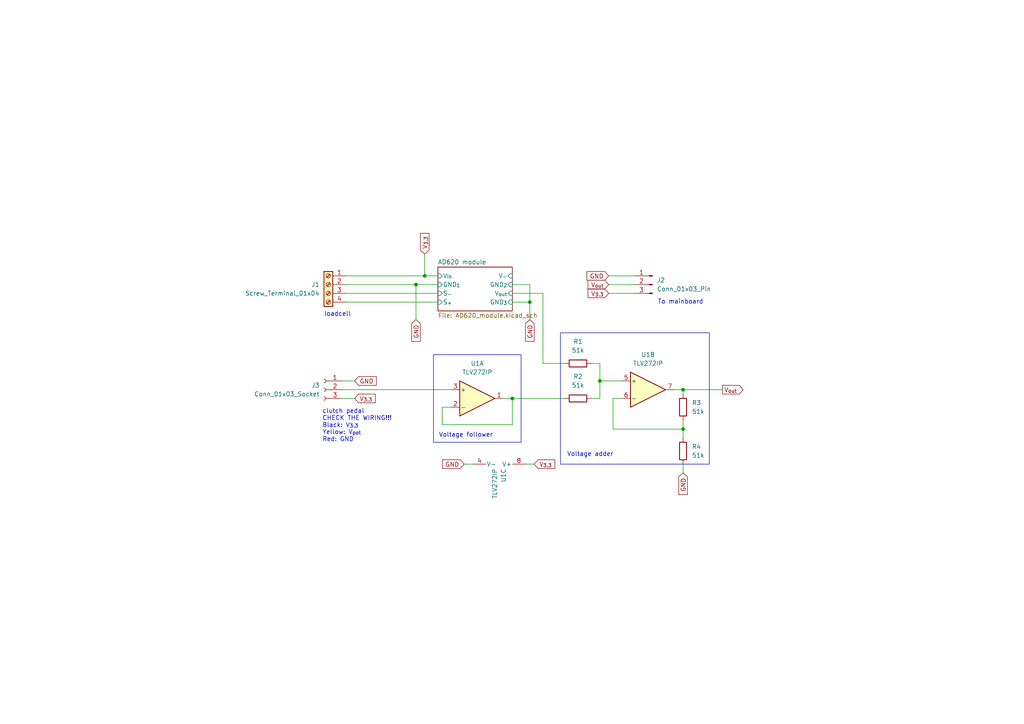
<source format=kicad_sch>
(kicad_sch (version 20250114) (generator "eeschema") (generator_version "9.0")
  (paper "A4")
  (lib_symbols
    (symbol "Connector:Conn_01x03_Pin" (pin_names (offset 1.016) (hide yes))
      (property "Reference" "J" (at 0 5.08 0))
      (property "Value" "Conn_01x03_Pin" (at 0 -5.08 0))
      (symbol "Conn_01x03_Pin_1_1"
        (rectangle (start 0.8636 2.667) (end 0 2.413) (stroke (width 0.1524)) (fill (type outline)))
        (rectangle (start 0.8636 0.127) (end 0 -0.127) (stroke (width 0.1524)) (fill (type outline)))
        (rectangle (start 0.8636 -2.413) (end 0 -2.667) (stroke (width 0.1524)) (fill (type outline)))
        (polyline (pts (xy 1.27 2.54) (xy 0.8636 2.54)) (stroke (width 0.1524)))
        (polyline (pts (xy 1.27 0) (xy 0.8636 0)) (stroke (width 0.1524)))
        (polyline (pts (xy 1.27 -2.54) (xy 0.8636 -2.54)) (stroke (width 0.1524)))
        (pin passive line (at 5.08 2.54 180) (length 3.81) (name "Pin_1") (number "1"))
        (pin passive line (at 5.08 0 180) (length 3.81) (name "Pin_2") (number "2"))
        (pin passive line (at 5.08 -2.54 180) (length 3.81) (name "Pin_3") (number "3"))
      )
    )
    (symbol "Connector:Conn_01x03_Socket" (pin_names (offset 1.016) (hide yes))
      (property "Reference" "J" (at 0 5.08 0))
      (property "Value" "Conn_01x03_Socket" (at 0 -5.08 0))
      (symbol "Conn_01x03_Socket_1_1"
        (polyline (pts (xy -1.27 2.54) (xy -0.508 2.54)) (stroke (width 0.1524)))
        (polyline (pts (xy -1.27 0) (xy -0.508 0)) (stroke (width 0.1524)))
        (polyline (pts (xy -1.27 -2.54) (xy -0.508 -2.54)) (stroke (width 0.1524)))
        (arc (start 0 2.032) (mid -0.5058 2.54) (end 0 3.048) (stroke (width 0.1524)))
        (arc (start 0 -0.508) (mid -0.5058 0) (end 0 0.508) (stroke (width 0.1524)))
        (arc (start 0 -3.048) (mid -0.5058 -2.54) (end 0 -2.032) (stroke (width 0.1524)))
        (pin passive line (at -5.08 2.54 0) (length 3.81) (name "Pin_1") (number "1"))
        (pin passive line (at -5.08 0 0) (length 3.81) (name "Pin_2") (number "2"))
        (pin passive line (at -5.08 -2.54 0) (length 3.81) (name "Pin_3") (number "3"))
      )
    )
    (symbol "Connector:Screw_Terminal_01x04" (pin_names (offset 1.016) (hide yes))
      (property "Reference" "J" (at 0 5.08 0))
      (property "Value" "Screw_Terminal_01x04" (at 0 -7.62 0))
      (symbol "Screw_Terminal_01x04_1_1"
        (rectangle (start -1.27 3.81) (end 1.27 -6.35) (stroke (width 0.254)) (fill (type background)))
        (polyline (pts (xy -0.5334 2.8702) (xy 0.3302 2.032)) (stroke (width 0.1524)))
        (polyline (pts (xy -0.5334 0.3302) (xy 0.3302 -0.508)) (stroke (width 0.1524)))
        (polyline (pts (xy -0.5334 -2.2098) (xy 0.3302 -3.048)) (stroke (width 0.1524)))
        (polyline (pts (xy -0.5334 -4.7498) (xy 0.3302 -5.588)) (stroke (width 0.1524)))
        (polyline (pts (xy -0.3556 3.048) (xy 0.508 2.2098)) (stroke (width 0.1524)))
        (polyline (pts (xy -0.3556 0.508) (xy 0.508 -0.3302)) (stroke (width 0.1524)))
        (polyline (pts (xy -0.3556 -2.032) (xy 0.508 -2.8702)) (stroke (width 0.1524)))
        (polyline (pts (xy -0.3556 -4.572) (xy 0.508 -5.4102)) (stroke (width 0.1524)))
        (circle (center 0 2.54) (radius 0.635) (stroke (width 0.1524)))
        (circle (center 0 0) (radius 0.635) (stroke (width 0.1524)))
        (circle (center 0 -2.54) (radius 0.635) (stroke (width 0.1524)))
        (circle (center 0 -5.08) (radius 0.635) (stroke (width 0.1524)))
        (pin passive line (at -5.08 2.54 0) (length 3.81) (name "Pin_1") (number "1"))
        (pin passive line (at -5.08 0 0) (length 3.81) (name "Pin_2") (number "2"))
        (pin passive line (at -5.08 -2.54 0) (length 3.81) (name "Pin_3") (number "3"))
        (pin passive line (at -5.08 -5.08 0) (length 3.81) (name "Pin_4") (number "4"))
      )
    )
    (symbol "Device:R" (pin_numbers (hide yes)) (pin_names (offset 0))
      (property "Reference" "R" (at 2.032 0 90))
      (property "Value" "R" (at 0 0 90))
      (symbol "R_0_1"
        (rectangle (start -1.016 -2.54) (end 1.016 2.54) (stroke (width 0.254)))
      )
      (symbol "R_1_1"
        (pin passive line (at 0 3.81 270) (length 1.27) (name "~") (number "1"))
        (pin passive line (at 0 -3.81 90) (length 1.27) (name "~") (number "2"))
      )
    )
    (symbol "Symbols:TLV272IP" (pin_names (offset 0.127))
      (property "Reference" "U" (at 0 5.08 0))
      (property "Value" "TLV272IP" (at 0 -5.08 0))
      (symbol "TLV272IP_1_1"
        (polyline (pts (xy -5.08 5.08) (xy 5.08 0) (xy -5.08 -5.08) (xy -5.08 5.08)) (stroke (width 0.254)) (fill (type background)))
        (pin input line (at -7.62 2.54 0) (length 2.54) (name "+") (number "3"))
        (pin input line (at -7.62 -2.54 0) (length 2.54) (name "-") (number "2"))
        (pin output line (at 7.62 0 180) (length 2.54) (name "~") (number "1"))
      )
      (symbol "TLV272IP_2_1"
        (polyline (pts (xy -5.08 5.08) (xy 5.08 0) (xy -5.08 -5.08) (xy -5.08 5.08)) (stroke (width 0.254)) (fill (type background)))
        (pin input line (at -7.62 2.54 0) (length 2.54) (name "+") (number "5"))
        (pin input line (at -7.62 -2.54 0) (length 2.54) (name "-") (number "6"))
        (pin output line (at 7.62 0 180) (length 2.54) (name "~") (number "7"))
      )
      (symbol "TLV272IP_3_1"
        (pin power_in line (at -2.54 7.62 270) (length 3.81) (name "V+") (number "8"))
        (pin power_in line (at -2.54 -7.62 90) (length 3.81) (name "V-") (number "4"))
      )
    )
  )
  (rectangle (start 125.73 102.87) (end 151.13 128.27))
  (rectangle (start 162.56 96.52) (end 205.74 134.62))
  (text "To mainboard" (exclude_from_sim yes) (at 190.754 87.63 0) (effects (font (size 1.27 1.27)) (justify left)))
  (text "loadcell" (exclude_from_sim yes) (at 93.98 91.186 0) (effects (font (size 1.27 1.27)) (justify left)))
  (text "Voltage adder" (exclude_from_sim yes) (at 171.196 131.826 0) (effects (font (size 1.27 1.27))))
  (text "clutch pedal\nCHECK THE WIRING!!!\nBlack: V_{3.3}\nYellow: V_{pot}\nRed: GND" (exclude_from_sim yes) (at 93.472 123.444 0) (effects (font (size 1.27 1.27)) (justify left)))
  (text "Voltage follower" (exclude_from_sim yes) (at 135.128 126.238 0) (effects (font (size 1.27 1.27))))
  (junction (at 198.12 113.03))
  (junction (at 148.59 115.57))
  (junction (at 123.19 80.01))
  (junction (at 153.67 87.63))
  (junction (at 120.65 82.55))
  (junction (at 198.12 124.46))
  (junction (at 173.99 110.49))
  (wire (pts (xy 123.19 73.66) (xy 123.19 80.01)))
  (wire (pts (xy 157.48 105.41) (xy 163.83 105.41)))
  (wire (pts (xy 123.19 80.01) (xy 127 80.01)))
  (wire (pts (xy 198.12 124.46) (xy 198.12 127)))
  (wire (pts (xy 100.33 85.09) (xy 127 85.09)))
  (wire (pts (xy 99.06 115.57) (xy 102.87 115.57)))
  (wire (pts (xy 100.33 80.01) (xy 123.19 80.01)))
  (wire (pts (xy 120.65 82.55) (xy 127 82.55)))
  (wire (pts (xy 128.27 123.19) (xy 148.59 123.19)))
  (wire (pts (xy 148.59 115.57) (xy 163.83 115.57)))
  (wire (pts (xy 176.53 82.55) (xy 184.15 82.55)))
  (wire (pts (xy 100.33 87.63) (xy 127 87.63)))
  (wire (pts (xy 120.65 82.55) (xy 120.65 92.71)))
  (wire (pts (xy 128.27 118.11) (xy 130.81 118.11)))
  (wire (pts (xy 173.99 110.49) (xy 173.99 105.41)))
  (wire (pts (xy 99.06 113.03) (xy 130.81 113.03)))
  (wire (pts (xy 148.59 82.55) (xy 153.67 82.55)))
  (wire (pts (xy 176.53 80.01) (xy 184.15 80.01)))
  (wire (pts (xy 148.59 85.09) (xy 157.48 85.09)))
  (wire (pts (xy 148.59 87.63) (xy 153.67 87.63)))
  (wire (pts (xy 177.8 115.57) (xy 177.8 124.46)))
  (wire (pts (xy 137.16 134.62) (xy 134.62 134.62)))
  (wire (pts (xy 154.94 134.62) (xy 152.4 134.62)))
  (wire (pts (xy 153.67 87.63) (xy 153.67 92.71)))
  (wire (pts (xy 99.06 110.49) (xy 102.87 110.49)))
  (wire (pts (xy 100.33 82.55) (xy 120.65 82.55)))
  (wire (pts (xy 157.48 85.09) (xy 157.48 105.41)))
  (wire (pts (xy 198.12 134.62) (xy 198.12 137.16)))
  (wire (pts (xy 198.12 121.92) (xy 198.12 124.46)))
  (wire (pts (xy 177.8 124.46) (xy 198.12 124.46)))
  (wire (pts (xy 176.53 85.09) (xy 184.15 85.09)))
  (wire (pts (xy 153.67 82.55) (xy 153.67 87.63)))
  (wire (pts (xy 198.12 113.03) (xy 209.55 113.03)))
  (wire (pts (xy 173.99 110.49) (xy 173.99 115.57)))
  (wire (pts (xy 148.59 115.57) (xy 146.05 115.57)))
  (wire (pts (xy 180.34 115.57) (xy 177.8 115.57)))
  (wire (pts (xy 128.27 118.11) (xy 128.27 123.19)))
  (wire (pts (xy 171.45 115.57) (xy 173.99 115.57)))
  (wire (pts (xy 198.12 113.03) (xy 198.12 114.3)))
  (wire (pts (xy 195.58 113.03) (xy 198.12 113.03)))
  (wire (pts (xy 171.45 105.41) (xy 173.99 105.41)))
  (wire (pts (xy 148.59 123.19) (xy 148.59 115.57)))
  (wire (pts (xy 173.99 110.49) (xy 180.34 110.49)))
  (global_label "V_{3.3}" (shape input) (at 154.94 134.62 0) (property "Intersheetrefs" "${INTERSHEET_REFS}" (effects (hide yes))))
  (global_label "V_{out}" (shape input) (at 176.53 82.55 180) (property "Intersheetrefs" "${INTERSHEET_REFS}" (effects (hide yes))))
  (global_label "V_{out}" (shape output) (at 209.55 113.03 0) (property "Intersheetrefs" "${INTERSHEET_REFS}" (effects (hide yes))))
  (global_label "GND" (shape input) (at 153.67 92.71 270) (property "Intersheetrefs" "${INTERSHEET_REFS}" (effects (hide yes))))
  (global_label "GND" (shape input) (at 198.12 137.16 270) (property "Intersheetrefs" "${INTERSHEET_REFS}" (effects (hide yes))))
  (global_label "GND" (shape input) (at 176.53 80.01 180) (property "Intersheetrefs" "${INTERSHEET_REFS}" (effects (hide yes))))
  (global_label "V_{3.3}" (shape input) (at 176.53 85.09 180) (property "Intersheetrefs" "${INTERSHEET_REFS}" (effects (hide yes))))
  (global_label "GND" (shape input) (at 134.62 134.62 180) (property "Intersheetrefs" "${INTERSHEET_REFS}" (effects (hide yes))))
  (global_label "GND" (shape input) (at 102.87 110.49 0) (property "Intersheetrefs" "${INTERSHEET_REFS}" (effects (hide yes))))
  (global_label "V_{3.3}" (shape input) (at 102.87 115.57 0) (property "Intersheetrefs" "${INTERSHEET_REFS}" (effects (hide yes))))
  (global_label "GND" (shape input) (at 120.65 92.71 270) (property "Intersheetrefs" "${INTERSHEET_REFS}" (effects (hide yes))))
  (global_label "V_{3.3}" (shape input) (at 123.19 73.66 90) (property "Intersheetrefs" "${INTERSHEET_REFS}" (effects (hide yes))))
  (symbol (lib_id "Connector:Screw_Terminal_01x04") (at 95.25 82.55 0) (mirror y) (unit 1)
    (property "Reference" "J1" (at 92.71 82.5499 0) (effects (justify left)))
    (property "Value" "Screw_Terminal_01x04" (at 92.71 85.0899 0) (effects (justify left)))
    (property "Footprint" "TerminalBlock_Phoenix:TerminalBlock_Phoenix_MKDS-1,5-4-5.08_1x04_P5.08mm_Horizontal" (effects (hide yes)))
    (property "Description" "Generic screw terminal, single row, 01x04, script generated (kicad-library-utils/schlib/autogen/connector/)" (effects (hide yes)))
  )
  (symbol (lib_id "Symbols:TLV272IP") (at 187.96 113.03 0) (unit 2)
    (property "Reference" "U1" (at 187.96 102.87 0))
    (property "Value" "TLV272IP" (at 187.96 105.41 0))
    (property "Footprint" "Package_DIP:DIP-8_W7.62mm" (effects (hide yes)))
    (property "Datasheet" "https://www.ti.com/lit/ds/symlink/tlv272.pdf" (effects (hide yes)))
    (property "Description" "Rail-to-Rail Output, Dual Operational Amplifiers, DIP-8/SOIC-8/TO-99-8" (effects (hide yes)))
  )
  (symbol (lib_id "Symbols:TLV272IP") (at 144.78 137.16 270) (unit 3)
    (property "Reference" "U1" (at 146.0501 135.89 0) (effects (justify left)))
    (property "Value" "TLV272IP" (at 143.5101 135.89 0) (effects (justify left)))
    (property "Footprint" "Package_DIP:DIP-8_W7.62mm" (effects (hide yes)))
    (property "Datasheet" "https://www.ti.com/lit/ds/symlink/tlv272.pdf" (effects (hide yes)))
    (property "Description" "Rail-to-Rail Output, Dual Operational Amplifiers, DIP-8/SOIC-8/TO-99-8" (effects (hide yes)))
  )
  (symbol (lib_id "Connector:Conn_01x03_Pin") (at 189.23 82.55 0) (mirror y) (unit 1)
    (property "Reference" "J2" (at 190.5 81.2799 0) (effects (justify right)))
    (property "Value" "Conn_01x03_Pin" (at 190.5 83.8199 0) (effects (justify right)))
    (property "Footprint" "Connector_Wire:SolderWire-0.25sqmm_1x03_P4.2mm_D0.65mm_OD1.7mm" (effects (hide yes)))
    (property "Description" "Generic connector, single row, 01x03, script generated" (effects (hide yes)))
  )
  (symbol (lib_id "Device:R") (at 167.64 115.57 270) (unit 1)
    (property "Reference" "R2" (at 167.64 109.22 90))
    (property "Value" "51k" (at 167.64 111.76 90))
    (property "Footprint" "Resistor_THT:R_Axial_DIN0207_L6.3mm_D2.5mm_P10.16mm_Horizontal" (effects (hide yes)))
    (property "Description" "Resistor" (effects (hide yes)))
  )
  (symbol (lib_id "Device:R") (at 167.64 105.41 90) (unit 1)
    (property "Reference" "R1" (at 167.64 99.06 90))
    (property "Value" "51k" (at 167.64 101.6 90))
    (property "Footprint" "Resistor_THT:R_Axial_DIN0207_L6.3mm_D2.5mm_P10.16mm_Horizontal" (effects (hide yes)))
    (property "Description" "Resistor" (effects (hide yes)))
  )
  (symbol (lib_id "Symbols:TLV272IP") (at 138.43 115.57 0) (unit 1)
    (property "Reference" "U1" (at 138.43 105.41 0))
    (property "Value" "TLV272IP" (at 138.43 107.95 0))
    (property "Footprint" "Package_DIP:DIP-8_W7.62mm" (effects (hide yes)))
    (property "Datasheet" "https://www.ti.com/lit/ds/symlink/tlv272.pdf" (effects (hide yes)))
    (property "Description" "Rail-to-Rail Output, Dual Operational Amplifiers, DIP-8/SOIC-8/TO-99-8" (effects (hide yes)))
  )
  (symbol (lib_id "Device:R") (at 198.12 118.11 180) (unit 1)
    (property "Reference" "R3" (at 200.66 116.8399 0) (effects (justify right)))
    (property "Value" "51k" (at 200.66 119.3799 0) (effects (justify right)))
    (property "Footprint" "Resistor_THT:R_Axial_DIN0207_L6.3mm_D2.5mm_P10.16mm_Horizontal" (effects (hide yes)))
    (property "Description" "Resistor" (effects (hide yes)))
  )
  (symbol (lib_id "Connector:Conn_01x03_Socket") (at 93.98 113.03 0) (mirror y) (unit 1)
    (property "Reference" "J3" (at 92.71 111.7599 0) (effects (justify left)))
    (property "Value" "Conn_01x03_Socket" (at 92.71 114.2999 0) (effects (justify left)))
    (property "Footprint" "Connector_JST:JST_XH_B3B-XH-A_1x03_P2.50mm_Vertical" (effects (hide yes)))
    (property "Description" "Generic connector, single row, 01x03, script generated" (effects (hide yes)))
  )
  (symbol (lib_id "Device:R") (at 198.12 130.81 180) (unit 1)
    (property "Reference" "R4" (at 200.66 129.5399 0) (effects (justify right)))
    (property "Value" "51k" (at 200.66 132.0799 0) (effects (justify right)))
    (property "Footprint" "Resistor_THT:R_Axial_DIN0207_L6.3mm_D2.5mm_P10.16mm_Horizontal" (effects (hide yes)))
    (property "Description" "Resistor" (effects (hide yes)))
  )
  (sheet (at 127 77.47) (size 21.59 12.7) (stroke (width 0.1524))
    (property "Sheetname" "AD620 module" (at 127 76.7584 0) (effects (justify left bottom)))
    (property "Sheetfile" "AD620_module.kicad_sch" (at 127 90.7546 0) (effects (justify left top)))
    (pin "V_{out}" input (at 148.59 85.09 0))
    (pin "S_{+}" input (at 127 87.63 180))
    (pin "S_{-}" input (at 127 85.09 180))
    (pin "V_{in}" input (at 127 80.01 180))
    (pin "V_{-}" input (at 148.59 80.01 0))
    (pin "GND_{2}" input (at 148.59 82.55 0))
    (pin "GND_{1}" input (at 127 82.55 180))
    (pin "GND_{3}" input (at 148.59 87.63 0))
  )
)
</source>
